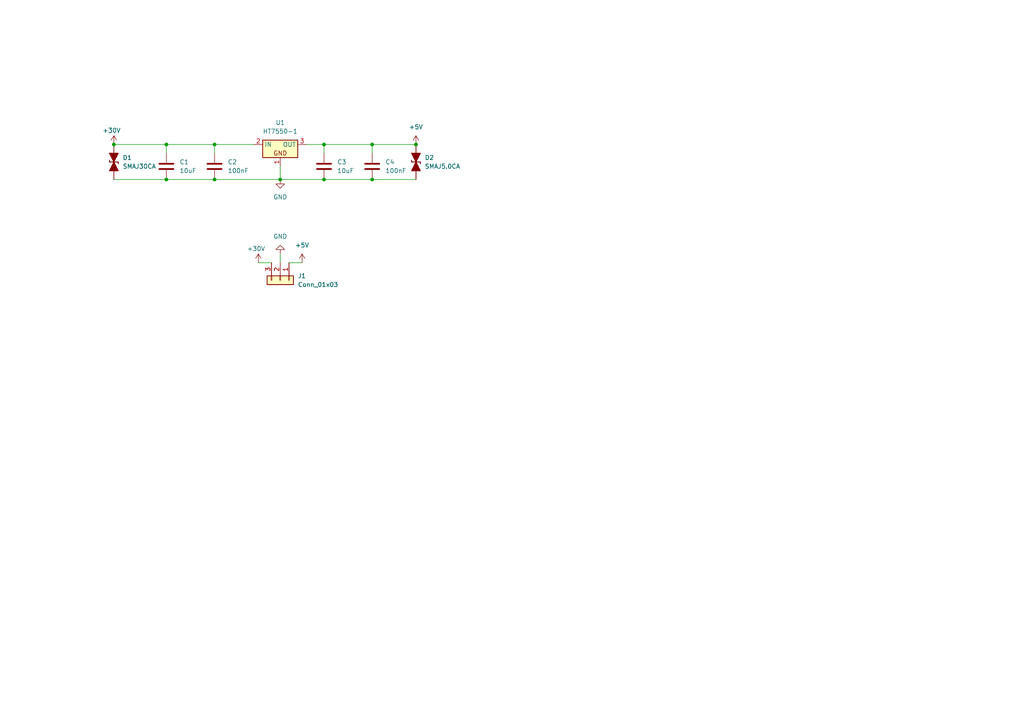
<source format=kicad_sch>
(kicad_sch (version 20250114) (generator "eeschema") (generator_version "9.0")
  (paper "A4")
  (lib_symbols
    (symbol "Connector_Generic:Conn_01x03" (pin_names (offset 1.016) (hide yes))
      (property "Reference" "J" (at 0 5.08 0))
      (property "Value" "Conn_01x03" (at 0 -5.08 0))
      (symbol "Conn_01x03_1_1"
        (rectangle (start -1.27 3.81) (end 1.27 -3.81) (stroke (width 0.254)) (fill (type background)))
        (rectangle (start -1.27 2.667) (end 0 2.413) (stroke (width 0.1524)))
        (rectangle (start -1.27 0.127) (end 0 -0.127) (stroke (width 0.1524)))
        (rectangle (start -1.27 -2.413) (end 0 -2.667) (stroke (width 0.1524)))
        (pin passive line (at -5.08 2.54 0) (length 3.81) (name "Pin_1") (number "1"))
        (pin passive line (at -5.08 0 0) (length 3.81) (name "Pin_2") (number "2"))
        (pin passive line (at -5.08 -2.54 0) (length 3.81) (name "Pin_3") (number "3"))
      )
    )
    (symbol "Library:HT7550-1"
      (property "Reference" "U" (at 0 6.35 0))
      (property "Value" "HT7550-1" (at 0 3.81 0))
      (symbol "HT7550-1_0_0"
        (rectangle (start -5.08 1.27) (end 5.08 -3.81) (stroke (width 0.254)) (fill (type background)))
        (text "GND" (at 0 -2.54 0) (effects (font (size 1.27 1.27))))
      )
      (symbol "HT7550-1_1_1"
        (pin power_in line (at -7.62 0 0) (length 2.54) (name "IN") (number "2"))
        (pin power_in line (at 0 -6.35 90) (length 2.54) (name "~") (number "1"))
        (pin power_out line (at 7.62 0 180) (length 2.54) (name "OUT") (number "3"))
      )
    )
    (symbol "PCM_Capacitor_US_AKL:C_1206" (pin_numbers (hide yes)) (pin_names (offset 0.254))
      (property "Reference" "C" (at 0.635 2.54 0))
      (property "Value" "C_1206" (at 0.635 -2.54 0))
      (symbol "C_1206_0_1"
        (polyline (pts (xy -2.032 0.762) (xy 2.032 0.762)) (stroke (width 0.508)))
        (polyline (pts (xy -2.032 -0.762) (xy 2.032 -0.762)) (stroke (width 0.508)))
      )
      (symbol "C_1206_0_2"
        (polyline (pts (xy -2.54 -2.54) (xy -0.381 -0.381)))
        (polyline (pts (xy -0.508 -0.508) (xy -1.651 0.635)) (stroke (width 0.508)))
        (polyline (pts (xy -0.508 -0.508) (xy 0.635 -1.651)) (stroke (width 0.508)))
        (polyline (pts (xy 0.381 0.381) (xy 2.54 2.54)))
        (polyline (pts (xy 0.508 0.508) (xy -0.635 1.651)) (stroke (width 0.508)))
        (polyline (pts (xy 0.508 0.508) (xy 1.651 -0.635)) (stroke (width 0.508)))
      )
      (symbol "C_1206_1_1"
        (pin passive line (at 0 3.81 270) (length 2.794) (name "~") (number "1"))
        (pin passive line (at 0 -3.81 90) (length 2.794) (name "~") (number "2"))
      )
      (symbol "C_1206_1_2"
        (pin passive line (at -2.54 -2.54 90) (length 0) (name "~") (number "2"))
        (pin passive line (at 2.54 2.54 270) (length 0) (name "~") (number "1"))
      )
    )
    (symbol "PCM_Diode_TVS_AKL:SMAJ30CA" (pin_numbers (hide yes)) (pin_names (offset 1.016) (hide yes))
      (property "Reference" "D" (at 0 5.08 0))
      (property "Value" "SMAJ30CA" (at 0 2.54 0))
      (symbol "SMAJ30CA_0_1"
        (polyline (pts (xy 0 1.27) (xy 0 -1.27)) (stroke (width 0.254)))
        (polyline (pts (xy 0 1.27) (xy 0.508 1.27)) (stroke (width 0.254)))
        (polyline (pts (xy 0 0) (xy -2.54 1.27) (xy -2.54 -1.27) (xy 0 0)) (stroke (width 0.254)) (fill (type outline)))
        (polyline (pts (xy 0 -1.27) (xy -0.508 -1.27)) (stroke (width 0.254)))
        (polyline (pts (xy 1.27 0) (xy -1.27 0)))
        (polyline (pts (xy 2.54 1.27) (xy 2.54 -1.27) (xy 0 0) (xy 2.54 1.27)) (stroke (width 0.254)) (fill (type outline)))
      )
      (symbol "SMAJ30CA_0_2"
        (polyline (pts (xy -3.81 -3.81) (xy 3.81 3.81)))
        (polyline (pts (xy -1.778 -1.778) (xy -2.667 -0.889) (xy 0 0) (xy -0.889 -2.667) (xy -1.778 -1.778)) (stroke (width 0.254)) (fill (type outline)))
        (polyline (pts (xy -0.889 0.889) (xy -1.27 0.508)) (stroke (width 0.254)))
        (polyline (pts (xy -0.889 0.889) (xy 0.889 -0.889)) (stroke (width 0.254)))
        (polyline (pts (xy 0.889 -0.889) (xy 1.27 -0.508)) (stroke (width 0.254)))
        (polyline (pts (xy 1.778 1.778) (xy 2.667 0.889) (xy 0 0) (xy 0.889 2.667) (xy 1.778 1.778)) (stroke (width 0.254)) (fill (type outline)))
      )
      (symbol "SMAJ30CA_1_1"
        (pin passive line (at -5.08 0 0) (length 2.54) (name "K") (number "1"))
        (pin passive line (at 5.08 0 180) (length 2.54) (name "A") (number "2"))
      )
      (symbol "SMAJ30CA_1_2"
        (pin passive line (at -3.81 -3.81 0) (length 0) (name "A") (number "2"))
        (pin passive line (at 3.81 3.81 180) (length 0) (name "K") (number "1"))
      )
    )
    (symbol "PCM_Diode_TVS_AKL:SMAJ5.0CA" (pin_numbers (hide yes)) (pin_names (offset 1.016) (hide yes))
      (property "Reference" "D" (at 0 5.08 0))
      (property "Value" "SMAJ5.0CA" (at 0 2.54 0))
      (symbol "SMAJ5.0CA_0_1"
        (polyline (pts (xy 0 1.27) (xy 0 -1.27)) (stroke (width 0.254)))
        (polyline (pts (xy 0 1.27) (xy 0.508 1.27)) (stroke (width 0.254)))
        (polyline (pts (xy 0 0) (xy -2.54 1.27) (xy -2.54 -1.27) (xy 0 0)) (stroke (width 0.254)) (fill (type outline)))
        (polyline (pts (xy 0 -1.27) (xy -0.508 -1.27)) (stroke (width 0.254)))
        (polyline (pts (xy 1.27 0) (xy -1.27 0)))
        (polyline (pts (xy 2.54 1.27) (xy 2.54 -1.27) (xy 0 0) (xy 2.54 1.27)) (stroke (width 0.254)) (fill (type outline)))
      )
      (symbol "SMAJ5.0CA_0_2"
        (polyline (pts (xy -3.81 -3.81) (xy 3.81 3.81)))
        (polyline (pts (xy -1.778 -1.778) (xy -2.667 -0.889) (xy 0 0) (xy -0.889 -2.667) (xy -1.778 -1.778)) (stroke (width 0.254)) (fill (type outline)))
        (polyline (pts (xy -0.889 0.889) (xy -1.27 0.508)) (stroke (width 0.254)))
        (polyline (pts (xy -0.889 0.889) (xy 0.889 -0.889)) (stroke (width 0.254)))
        (polyline (pts (xy 0.889 -0.889) (xy 1.27 -0.508)) (stroke (width 0.254)))
        (polyline (pts (xy 1.778 1.778) (xy 2.667 0.889) (xy 0 0) (xy 0.889 2.667) (xy 1.778 1.778)) (stroke (width 0.254)) (fill (type outline)))
      )
      (symbol "SMAJ5.0CA_1_1"
        (pin passive line (at -5.08 0 0) (length 2.54) (name "K") (number "1"))
        (pin passive line (at 5.08 0 180) (length 2.54) (name "A") (number "2"))
      )
      (symbol "SMAJ5.0CA_1_2"
        (pin passive line (at -3.81 -3.81 0) (length 0) (name "A") (number "2"))
        (pin passive line (at 3.81 3.81 180) (length 0) (name "K") (number "1"))
      )
    )
    (symbol "power:+5V" (power) (pin_numbers (hide yes)) (pin_names (offset 0) (hide yes))
      (property "Value" "+5V" (at 0 3.556 0))
      (symbol "+5V_0_1"
        (polyline (pts (xy -0.762 1.27) (xy 0 2.54)))
        (polyline (pts (xy 0 2.54) (xy 0.762 1.27)))
        (polyline (pts (xy 0 0) (xy 0 2.54)))
      )
      (symbol "+5V_1_1"
        (pin power_in line (at 0 0 90) (length 0) (name "~") (number "1"))
      )
    )
    (symbol "power:+6V" (power) (pin_numbers (hide yes)) (pin_names (offset 0) (hide yes))
      (property "Value" "+6V" (at 0 3.556 0))
      (symbol "+6V_0_1"
        (polyline (pts (xy -0.762 1.27) (xy 0 2.54)))
        (polyline (pts (xy 0 2.54) (xy 0.762 1.27)))
        (polyline (pts (xy 0 0) (xy 0 2.54)))
      )
      (symbol "+6V_1_1"
        (pin power_in line (at 0 0 90) (length 0) (name "~") (number "1"))
      )
    )
    (symbol "power:GND" (power) (pin_numbers (hide yes)) (pin_names (offset 0) (hide yes))
      (property "Value" "GND" (at 0 -3.81 0))
      (symbol "GND_0_1"
        (polyline (pts (xy 0 0) (xy 0 -1.27) (xy 1.27 -1.27) (xy 0 -2.54) (xy -1.27 -1.27) (xy 0 -1.27)))
      )
      (symbol "GND_1_1"
        (pin power_in line (at 0 0 270) (length 0) (name "~") (number "1"))
      )
    )
  )
  (junction (at 81.28 52.07))
  (junction (at 107.95 52.07))
  (junction (at 107.95 41.91))
  (junction (at 48.26 52.07))
  (junction (at 93.98 41.91))
  (junction (at 33.02 41.91))
  (junction (at 93.98 52.07))
  (junction (at 62.23 52.07))
  (junction (at 62.23 41.91))
  (junction (at 48.26 41.91))
  (junction (at 120.65 41.91))
  (wire (pts (xy 88.9 41.91) (xy 93.98 41.91)))
  (wire (pts (xy 48.26 41.91) (xy 62.23 41.91)))
  (wire (pts (xy 81.28 73.66) (xy 81.28 76.2)))
  (wire (pts (xy 33.02 41.91) (xy 48.26 41.91)))
  (wire (pts (xy 107.95 52.07) (xy 120.65 52.07)))
  (wire (pts (xy 48.26 52.07) (xy 62.23 52.07)))
  (wire (pts (xy 107.95 41.91) (xy 120.65 41.91)))
  (wire (pts (xy 62.23 41.91) (xy 62.23 44.45)))
  (wire (pts (xy 33.02 52.07) (xy 48.26 52.07)))
  (wire (pts (xy 62.23 41.91) (xy 73.66 41.91)))
  (wire (pts (xy 81.28 48.26) (xy 81.28 52.07)))
  (wire (pts (xy 93.98 41.91) (xy 107.95 41.91)))
  (wire (pts (xy 74.93 76.2) (xy 78.74 76.2)))
  (wire (pts (xy 62.23 52.07) (xy 81.28 52.07)))
  (wire (pts (xy 93.98 41.91) (xy 93.98 44.45)))
  (wire (pts (xy 83.82 76.2) (xy 87.63 76.2)))
  (wire (pts (xy 107.95 41.91) (xy 107.95 44.45)))
  (wire (pts (xy 93.98 52.07) (xy 107.95 52.07)))
  (wire (pts (xy 81.28 52.07) (xy 93.98 52.07)))
  (wire (pts (xy 48.26 41.91) (xy 48.26 44.45)))
  (symbol (lib_id "PCM_Capacitor_US_AKL:C_1206") (at 107.95 48.26 0) (unit 1)
    (property "Reference" "C4" (at 111.76 46.9899 0) (effects (justify left)))
    (property "Value" "100nF" (at 111.76 49.5299 0) (effects (justify left)))
    (property "Footprint" "PCM_Capacitor_SMD_AKL:C_1206_3216Metric" (effects (hide yes)))
    (property "Description" "SMD 1206 MLCC capacitor, Alternate KiCad Library" (effects (hide yes)))
  )
  (symbol (lib_id "PCM_Capacitor_US_AKL:C_1206") (at 48.26 48.26 0) (unit 1)
    (property "Reference" "C1" (at 52.07 46.9899 0) (effects (justify left)))
    (property "Value" "10uF" (at 52.07 49.5299 0) (effects (justify left)))
    (property "Footprint" "PCM_Capacitor_SMD_AKL:C_1206_3216Metric" (effects (hide yes)))
    (property "Description" "SMD 1206 MLCC capacitor, Alternate KiCad Library" (effects (hide yes)))
  )
  (symbol (lib_id "Connector_Generic:Conn_01x03") (at 81.28 81.28 270) (unit 1)
    (property "Reference" "J1" (at 86.36 80.0099 90) (effects (justify left)))
    (property "Value" "Conn_01x03" (at 86.36 82.5499 90) (effects (justify left)))
    (property "Footprint" "Connector_PinHeader_2.54mm:PinHeader_1x03_P2.54mm_Vertical" (effects (hide yes)))
    (property "Description" "Generic connector, single row, 01x03, script generated (kicad-library-utils/schlib/autogen/connector/)" (effects (hide yes)))
  )
  (symbol (lib_id "power:+5V") (at 87.63 76.2 0) (unit 1)
    (property "Reference" "#PWR07" (effects (hide yes)))
    (property "Value" "+5V" (at 87.63 71.12 0))
    (property "Description" "Power symbol creates a global label with name \"+5V\"" (effects (hide yes)))
  )
  (symbol (lib_id "Library:HT7550-1") (at 81.28 41.91 0) (unit 1)
    (property "Reference" "U1" (at 81.28 35.56 0))
    (property "Value" "HT7550-1" (at 81.28 38.1 0))
    (property "Footprint" "PCM_Package_TO_SOT_SMD_AKL:SOT-89-3_BigPads" (effects (hide yes)))
    (property "Datasheet" "https://www.jlc-smt.com/lcsc/detail?componentCode=C22466421" (effects (hide yes)))
    (property "Description" "Generic 3-terminal voltage regulator, Alternate KiCad Library" (effects (hide yes)))
  )
  (symbol (lib_id "power:+5V") (at 120.65 41.91 0) (unit 1)
    (property "Reference" "#PWR08" (effects (hide yes)))
    (property "Value" "+5V" (at 120.65 36.83 0))
    (property "Description" "Power symbol creates a global label with name \"+5V\"" (effects (hide yes)))
  )
  (symbol (lib_id "PCM_Capacitor_US_AKL:C_1206") (at 62.23 48.26 0) (unit 1)
    (property "Reference" "C2" (at 66.04 46.9899 0) (effects (justify left)))
    (property "Value" "100nF" (at 66.04 49.5299 0) (effects (justify left)))
    (property "Footprint" "PCM_Capacitor_SMD_AKL:C_1206_3216Metric" (effects (hide yes)))
    (property "Description" "SMD 1206 MLCC capacitor, Alternate KiCad Library" (effects (hide yes)))
  )
  (symbol (lib_id "PCM_Diode_TVS_AKL:SMAJ5.0CA") (at 120.65 46.99 90) (unit 1)
    (property "Reference" "D2" (at 123.19 45.7199 90) (effects (justify right)))
    (property "Value" "SMAJ5.0CA" (at 123.19 48.2599 90) (effects (justify right)))
    (property "Footprint" "PCM_Diode_SMD_AKL:D_SMA_TVS" (effects (hide yes)))
    (property "Datasheet" "https://www.tme.eu/Document/dbc72d81c249fe51b6ab42300e8e06d0/SMAJ_ser.pdf" (effects (hide yes)))
    (property "Description" "SMA Bidirectional TVS Diode, 5V, 400W, Alternate KiCAD Library" (effects (hide yes)))
  )
  (symbol (lib_id "PCM_Diode_TVS_AKL:SMAJ30CA") (at 33.02 46.99 90) (unit 1)
    (property "Reference" "D1" (at 35.56 45.7199 90) (effects (justify right)))
    (property "Value" "SMAJ30CA" (at 35.56 48.2599 90) (effects (justify right)))
    (property "Footprint" "PCM_Diode_SMD_AKL:D_SMA_TVS" (effects (hide yes)))
    (property "Datasheet" "https://www.tme.eu/Document/dbc72d81c249fe51b6ab42300e8e06d0/SMAJ_ser.pdf" (effects (hide yes)))
    (property "Description" "SMA Bidirectional TVS Diode, 30V, 400W, Alternate KiCAD Library" (effects (hide yes)))
  )
  (symbol (lib_id "power:+6V") (at 33.02 41.91 0) (unit 1)
    (property "Reference" "#PWR01" (effects (hide yes)))
    (property "Value" "+30V" (at 29.718 37.846 0) (effects (justify left)))
    (property "Description" "Power symbol creates a global label with name \"+6V\"" (effects (hide yes)))
  )
  (symbol (lib_id "power:+6V") (at 74.93 76.2 0) (unit 1)
    (property "Reference" "#PWR02" (effects (hide yes)))
    (property "Value" "+30V" (at 71.628 72.136 0) (effects (justify left)))
    (property "Description" "Power symbol creates a global label with name \"+6V\"" (effects (hide yes)))
  )
  (symbol (lib_id "PCM_Capacitor_US_AKL:C_1206") (at 93.98 48.26 0) (unit 1)
    (property "Reference" "C3" (at 97.79 46.9899 0) (effects (justify left)))
    (property "Value" "10uF" (at 97.79 49.5299 0) (effects (justify left)))
    (property "Footprint" "PCM_Capacitor_SMD_AKL:C_1206_3216Metric" (effects (hide yes)))
    (property "Description" "SMD 1206 MLCC capacitor, Alternate KiCad Library" (effects (hide yes)))
  )
  (symbol (lib_id "power:GND") (at 81.28 52.07 0) (unit 1)
    (property "Reference" "#PWR03" (effects (hide yes)))
    (property "Value" "GND" (at 81.28 57.15 0))
    (property "Description" "Power symbol creates a global label with name \"GND\" , ground" (effects (hide yes)))
  )
  (symbol (lib_id "power:GND") (at 81.28 73.66 180) (unit 1)
    (property "Reference" "#PWR04" (effects (hide yes)))
    (property "Value" "GND" (at 81.28 68.58 0))
    (property "Description" "Power symbol creates a global label with name \"GND\" , ground" (effects (hide yes)))
  )
)
</source>
